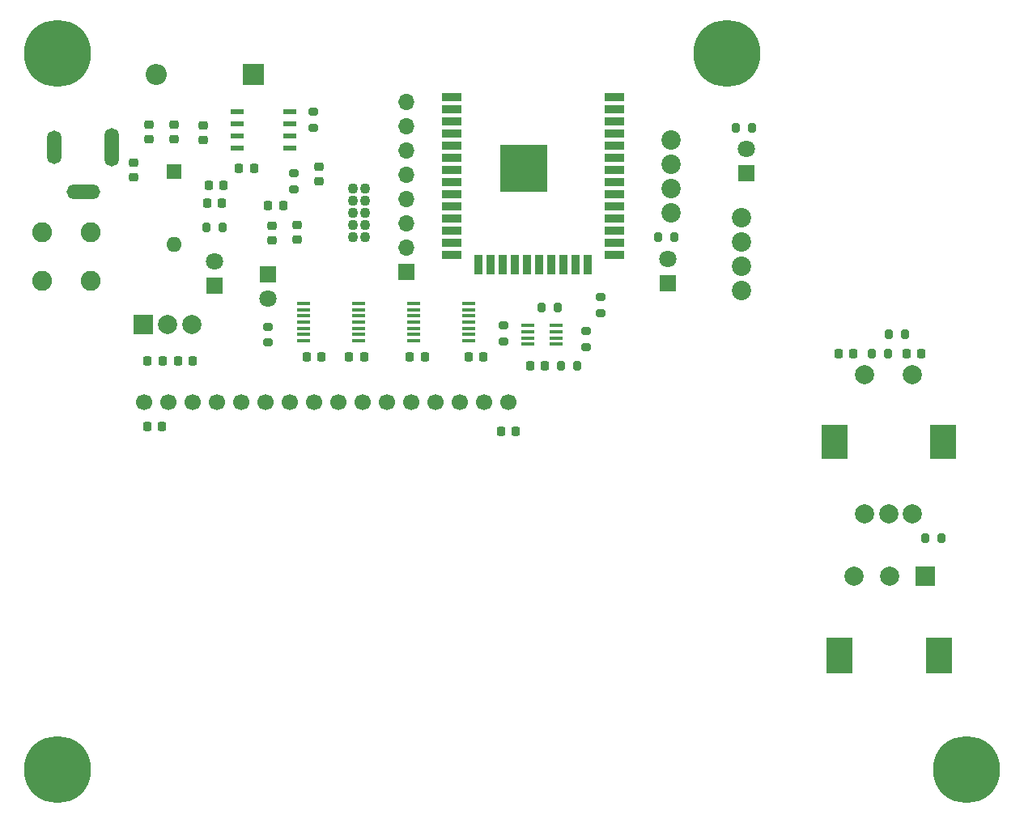
<source format=gbr>
%TF.GenerationSoftware,KiCad,Pcbnew,(6.0.1-0)*%
%TF.CreationDate,2022-03-27T10:04:37-07:00*%
%TF.ProjectId,CocktailMachine,436f636b-7461-4696-9c4d-616368696e65,rev?*%
%TF.SameCoordinates,Original*%
%TF.FileFunction,Soldermask,Top*%
%TF.FilePolarity,Negative*%
%FSLAX46Y46*%
G04 Gerber Fmt 4.6, Leading zero omitted, Abs format (unit mm)*
G04 Created by KiCad (PCBNEW (6.0.1-0)) date 2022-03-27 10:04:37*
%MOMM*%
%LPD*%
G01*
G04 APERTURE LIST*
G04 Aperture macros list*
%AMRoundRect*
0 Rectangle with rounded corners*
0 $1 Rounding radius*
0 $2 $3 $4 $5 $6 $7 $8 $9 X,Y pos of 4 corners*
0 Add a 4 corners polygon primitive as box body*
4,1,4,$2,$3,$4,$5,$6,$7,$8,$9,$2,$3,0*
0 Add four circle primitives for the rounded corners*
1,1,$1+$1,$2,$3*
1,1,$1+$1,$4,$5*
1,1,$1+$1,$6,$7*
1,1,$1+$1,$8,$9*
0 Add four rect primitives between the rounded corners*
20,1,$1+$1,$2,$3,$4,$5,0*
20,1,$1+$1,$4,$5,$6,$7,0*
20,1,$1+$1,$6,$7,$8,$9,0*
20,1,$1+$1,$8,$9,$2,$3,0*%
G04 Aperture macros list end*
%ADD10RoundRect,0.225000X-0.225000X-0.250000X0.225000X-0.250000X0.225000X0.250000X-0.225000X0.250000X0*%
%ADD11RoundRect,0.225000X0.225000X0.250000X-0.225000X0.250000X-0.225000X-0.250000X0.225000X-0.250000X0*%
%ADD12RoundRect,0.225000X-0.250000X0.225000X-0.250000X-0.225000X0.250000X-0.225000X0.250000X0.225000X0*%
%ADD13RoundRect,0.225000X0.250000X-0.225000X0.250000X0.225000X-0.250000X0.225000X-0.250000X-0.225000X0*%
%ADD14R,1.800000X1.800000*%
%ADD15C,1.800000*%
%ADD16RoundRect,0.218750X-0.256250X0.218750X-0.256250X-0.218750X0.256250X-0.218750X0.256250X0.218750X0*%
%ADD17R,2.200000X2.200000*%
%ADD18O,2.200000X2.200000*%
%ADD19R,1.600000X1.600000*%
%ADD20O,1.600000X1.600000*%
%ADD21RoundRect,0.218750X0.256250X-0.218750X0.256250X0.218750X-0.256250X0.218750X-0.256250X-0.218750X0*%
%ADD22R,1.700000X1.700000*%
%ADD23O,1.700000X1.700000*%
%ADD24C,2.020000*%
%ADD25C,1.100000*%
%ADD26C,2.082800*%
%ADD27RoundRect,0.218750X-0.218750X-0.256250X0.218750X-0.256250X0.218750X0.256250X-0.218750X0.256250X0*%
%ADD28R,2.000000X2.000000*%
%ADD29C,2.000000*%
%ADD30R,2.800000X3.800000*%
%ADD31RoundRect,0.200000X0.200000X0.275000X-0.200000X0.275000X-0.200000X-0.275000X0.200000X-0.275000X0*%
%ADD32RoundRect,0.200000X0.275000X-0.200000X0.275000X0.200000X-0.275000X0.200000X-0.275000X-0.200000X0*%
%ADD33RoundRect,0.200000X-0.200000X-0.275000X0.200000X-0.275000X0.200000X0.275000X-0.200000X0.275000X0*%
%ADD34RoundRect,0.200000X-0.275000X0.200000X-0.275000X-0.200000X0.275000X-0.200000X0.275000X0.200000X0*%
%ADD35R,2.800000X3.600000*%
%ADD36R,1.400000X0.350000*%
%ADD37R,1.450000X0.450000*%
%ADD38R,1.460500X0.533400*%
%ADD39C,0.990600*%
%ADD40O,1.498600X4.013200*%
%ADD41O,1.498600X3.505200*%
%ADD42O,3.505200X1.498600*%
%ADD43R,2.000000X0.900000*%
%ADD44R,0.900000X2.000000*%
%ADD45R,5.000000X5.000000*%
%ADD46C,1.700000*%
%ADD47C,7.000000*%
G04 APERTURE END LIST*
D10*
%TO.C,C4*%
X91831000Y-91758000D03*
X93381000Y-91758000D03*
%TD*%
D11*
%TO.C,C5*%
X138189000Y-91440000D03*
X136639000Y-91440000D03*
%TD*%
D10*
%TO.C,C6*%
X104381000Y-92690000D03*
X105931000Y-92690000D03*
%TD*%
D11*
%TO.C,C7*%
X145301000Y-91440000D03*
X143751000Y-91440000D03*
%TD*%
D10*
%TO.C,C8*%
X97975000Y-91750000D03*
X99525000Y-91750000D03*
%TD*%
D11*
%TO.C,C9*%
X87031000Y-91758000D03*
X85481000Y-91758000D03*
%TD*%
D10*
%TO.C,C10*%
X81036000Y-91758000D03*
X82586000Y-91758000D03*
%TD*%
%TO.C,C11*%
X101330000Y-99599471D03*
X102880000Y-99599471D03*
%TD*%
D11*
%TO.C,C12*%
X65880000Y-99099471D03*
X64330000Y-99099471D03*
%TD*%
D12*
%TO.C,C14*%
X62958000Y-71455000D03*
X62958000Y-73005000D03*
%TD*%
D10*
%TO.C,C15*%
X64376000Y-92202000D03*
X65926000Y-92202000D03*
%TD*%
D13*
%TO.C,C16*%
X70168000Y-69123000D03*
X70168000Y-67573000D03*
%TD*%
%TO.C,C18*%
X82338000Y-73450000D03*
X82338000Y-71900000D03*
%TD*%
D11*
%TO.C,C19*%
X75493000Y-72040000D03*
X73943000Y-72040000D03*
%TD*%
D13*
%TO.C,C20*%
X77358000Y-79605000D03*
X77358000Y-78055000D03*
%TD*%
D10*
%TO.C,C21*%
X70599000Y-75692000D03*
X72149000Y-75692000D03*
%TD*%
D14*
%TO.C,D1*%
X127000000Y-72522000D03*
D15*
X127000000Y-69982000D03*
%TD*%
D14*
%TO.C,D2*%
X118839790Y-84047210D03*
D15*
X118839790Y-81507210D03*
%TD*%
D16*
%TO.C,D3*%
X67158000Y-67442500D03*
X67158000Y-69017500D03*
%TD*%
D17*
%TO.C,D4*%
X75438000Y-62230000D03*
D18*
X65278000Y-62230000D03*
%TD*%
D14*
%TO.C,D5*%
X71374000Y-84328000D03*
D15*
X71374000Y-81788000D03*
%TD*%
D14*
%TO.C,D6*%
X76962000Y-83111000D03*
D15*
X76962000Y-85651000D03*
%TD*%
D19*
%TO.C,D7*%
X67158000Y-72420000D03*
D20*
X67158000Y-80040000D03*
%TD*%
D21*
%TO.C,F1*%
X64558000Y-69017500D03*
X64558000Y-67442500D03*
%TD*%
D22*
%TO.C,J1*%
X91440000Y-82875000D03*
D23*
X91440000Y-80335000D03*
X91440000Y-77795000D03*
X91440000Y-75255000D03*
X91440000Y-72715000D03*
X91440000Y-70175000D03*
X91440000Y-67635000D03*
X91440000Y-65095000D03*
%TD*%
D24*
%TO.C,J2*%
X126492000Y-84831000D03*
X126492000Y-82291000D03*
X126492000Y-79751000D03*
X126492000Y-77211000D03*
%TD*%
D25*
%TO.C,J3*%
X85852000Y-74168000D03*
X87122000Y-74168000D03*
X85852000Y-75438000D03*
X87122000Y-75438000D03*
X85852000Y-76708000D03*
X87122000Y-76708000D03*
X85852000Y-77978000D03*
X87122000Y-77978000D03*
X85852000Y-79248000D03*
X87122000Y-79248000D03*
%TD*%
D26*
%TO.C,J5*%
X58420000Y-78740000D03*
X53340000Y-78740000D03*
%TD*%
%TO.C,J6*%
X58420000Y-83820000D03*
X53340000Y-83820000D03*
%TD*%
D27*
%TO.C,L1*%
X77000500Y-75968000D03*
X78575500Y-75968000D03*
%TD*%
D16*
%TO.C,L2*%
X80010000Y-77952500D03*
X80010000Y-79527500D03*
%TD*%
D27*
%TO.C,L3*%
X70770500Y-73830000D03*
X72345500Y-73830000D03*
%TD*%
D28*
%TO.C,POT1*%
X145736000Y-114733000D03*
D29*
X141986000Y-114733000D03*
X138236000Y-114733000D03*
D30*
X136786000Y-123058000D03*
X147186000Y-123058000D03*
%TD*%
D31*
%TO.C,R1*%
X109283000Y-92710000D03*
X107633000Y-92710000D03*
%TD*%
D32*
%TO.C,R2*%
X101600000Y-90170000D03*
X101600000Y-88520000D03*
%TD*%
D33*
%TO.C,R3*%
X125921000Y-67818000D03*
X127571000Y-67818000D03*
%TD*%
%TO.C,R4*%
X117793000Y-79248000D03*
X119443000Y-79248000D03*
%TD*%
D31*
%TO.C,R9*%
X141795000Y-91440000D03*
X140145000Y-91440000D03*
%TD*%
%TO.C,R10*%
X143573000Y-89408000D03*
X141923000Y-89408000D03*
%TD*%
D32*
%TO.C,R11*%
X111760000Y-87185000D03*
X111760000Y-85535000D03*
%TD*%
D31*
%TO.C,R13*%
X72199000Y-78227000D03*
X70549000Y-78227000D03*
%TD*%
D32*
%TO.C,R14*%
X76962000Y-90291000D03*
X76962000Y-88641000D03*
%TD*%
D34*
%TO.C,R15*%
X81703000Y-66135000D03*
X81703000Y-67785000D03*
%TD*%
D32*
%TO.C,R16*%
X79693000Y-74253000D03*
X79693000Y-72603000D03*
%TD*%
%TO.C,R17*%
X110236000Y-90741000D03*
X110236000Y-89091000D03*
%TD*%
D31*
%TO.C,R18*%
X107251000Y-86614000D03*
X105601000Y-86614000D03*
%TD*%
D29*
%TO.C,S1*%
X139406000Y-93667471D03*
X144406000Y-93667471D03*
D35*
X136206000Y-100667471D03*
X147606000Y-100667471D03*
D29*
X139406000Y-108167471D03*
X144406000Y-108167471D03*
X141906000Y-108167471D03*
%TD*%
D36*
%TO.C,U2*%
X97942000Y-90088000D03*
X97942000Y-89438000D03*
X97942000Y-88788000D03*
X97942000Y-88138000D03*
X97942000Y-87488000D03*
X97942000Y-86838000D03*
X97942000Y-86188000D03*
X92192000Y-86188000D03*
X92192000Y-86838000D03*
X92192000Y-87488000D03*
X92192000Y-88138000D03*
X92192000Y-88788000D03*
X92192000Y-89438000D03*
X92192000Y-90088000D03*
%TD*%
D37*
%TO.C,U3*%
X107090000Y-90461000D03*
X107090000Y-89811000D03*
X107090000Y-89161000D03*
X107090000Y-88511000D03*
X104140000Y-88511000D03*
X104140000Y-89161000D03*
X104140000Y-89811000D03*
X104140000Y-90461000D03*
%TD*%
D28*
%TO.C,U5*%
X63956000Y-88392000D03*
D29*
X66496000Y-88392000D03*
X69036000Y-88392000D03*
%TD*%
D38*
%TO.C,U6*%
X73793850Y-66125000D03*
X73793850Y-67395000D03*
X73793850Y-68665000D03*
X73793850Y-69935000D03*
X79242150Y-69935000D03*
X79242150Y-68665000D03*
X79242150Y-67395000D03*
X79242150Y-66125000D03*
%TD*%
D39*
%TO.C,J4*%
X60610001Y-68592700D03*
X60610001Y-71107300D03*
X54610000Y-68846700D03*
X54610000Y-70853300D03*
X56656701Y-74550001D03*
X58663301Y-74550001D03*
D40*
X60610001Y-69850000D03*
D41*
X54610000Y-69850000D03*
D42*
X57660001Y-74550001D03*
%TD*%
D33*
%TO.C,R12*%
X145733000Y-110744000D03*
X147383000Y-110744000D03*
%TD*%
D36*
%TO.C,U4*%
X86441000Y-90088000D03*
X86441000Y-89438000D03*
X86441000Y-88788000D03*
X86441000Y-88138000D03*
X86441000Y-87488000D03*
X86441000Y-86838000D03*
X86441000Y-86188000D03*
X80691000Y-86188000D03*
X80691000Y-86838000D03*
X80691000Y-87488000D03*
X80691000Y-88138000D03*
X80691000Y-88788000D03*
X80691000Y-89438000D03*
X80691000Y-90088000D03*
%TD*%
D11*
%TO.C,C13*%
X69101000Y-92202000D03*
X67551000Y-92202000D03*
%TD*%
D24*
%TO.C,J7*%
X119158000Y-69111000D03*
X119158000Y-71651000D03*
X119158000Y-74191000D03*
X119158000Y-76731000D03*
%TD*%
D43*
%TO.C,U1*%
X96196000Y-64589000D03*
X96196000Y-65859000D03*
X96196000Y-67129000D03*
X96196000Y-68399000D03*
X96196000Y-69669000D03*
X96196000Y-70939000D03*
X96196000Y-72209000D03*
X96196000Y-73479000D03*
X96196000Y-74749000D03*
X96196000Y-76019000D03*
X96196000Y-77289000D03*
X96196000Y-78559000D03*
X96196000Y-79829000D03*
X96196000Y-81099000D03*
D44*
X98981000Y-82099000D03*
X100251000Y-82099000D03*
X101521000Y-82099000D03*
X102791000Y-82099000D03*
X104061000Y-82099000D03*
X105331000Y-82099000D03*
X106601000Y-82099000D03*
X107871000Y-82099000D03*
X109141000Y-82099000D03*
X110411000Y-82099000D03*
D43*
X113196000Y-81099000D03*
X113196000Y-79829000D03*
X113196000Y-78559000D03*
X113196000Y-77289000D03*
X113196000Y-76019000D03*
X113196000Y-74749000D03*
X113196000Y-73479000D03*
X113196000Y-72209000D03*
X113196000Y-70939000D03*
X113196000Y-69669000D03*
X113196000Y-68399000D03*
X113196000Y-67129000D03*
X113196000Y-65859000D03*
X113196000Y-64589000D03*
D45*
X103696000Y-72089000D03*
%TD*%
D46*
%TO.C,LCD1*%
X63985000Y-96499471D03*
X66525000Y-96499471D03*
X69065000Y-96499471D03*
X71605000Y-96499471D03*
X74145000Y-96499471D03*
X76685000Y-96499471D03*
X79225000Y-96499471D03*
X81765000Y-96499471D03*
X84305000Y-96499471D03*
X86845000Y-96499471D03*
X89385000Y-96499471D03*
X91925000Y-96499471D03*
X94465000Y-96499471D03*
X97005000Y-96499471D03*
X99545000Y-96499471D03*
X102085000Y-96499471D03*
%TD*%
D47*
%TO.C,*%
X55000000Y-135000000D03*
%TD*%
%TO.C,*%
X150000000Y-135000000D03*
%TD*%
%TO.C,REF\u002A\u002A*%
X125000000Y-60000000D03*
%TD*%
%TO.C,*%
X55000000Y-60000000D03*
%TD*%
M02*

</source>
